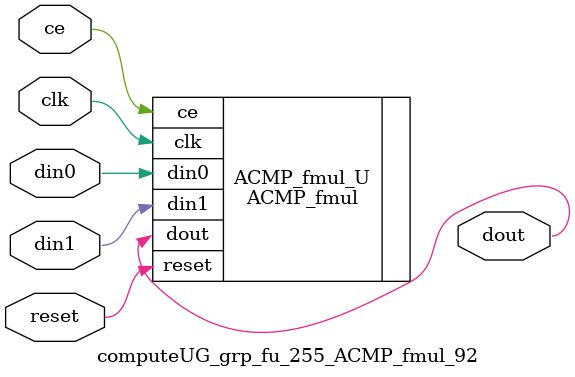
<source format=v>

`timescale 1 ns / 1 ps
module computeUG_grp_fu_255_ACMP_fmul_92(
    clk,
    reset,
    ce,
    din0,
    din1,
    dout);

parameter ID = 32'd1;
parameter NUM_STAGE = 32'd1;
parameter din0_WIDTH = 32'd1;
parameter din1_WIDTH = 32'd1;
parameter dout_WIDTH = 32'd1;
input clk;
input reset;
input ce;
input[din0_WIDTH - 1:0] din0;
input[din1_WIDTH - 1:0] din1;
output[dout_WIDTH - 1:0] dout;



ACMP_fmul #(
.ID( ID ),
.NUM_STAGE( 4 ),
.din0_WIDTH( din0_WIDTH ),
.din1_WIDTH( din1_WIDTH ),
.dout_WIDTH( dout_WIDTH ))
ACMP_fmul_U(
    .clk( clk ),
    .reset( reset ),
    .ce( ce ),
    .din0( din0 ),
    .din1( din1 ),
    .dout( dout ));

endmodule

</source>
